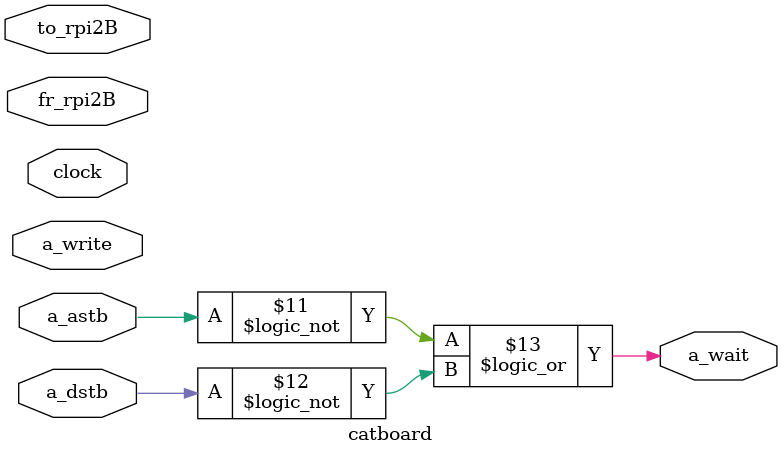
<source format=v>


`timescale 1ns/10ps

module catboard (
    clock,
    to_rpi2B,
    fr_rpi2B,
    a_dstb,
    a_astb,
    a_write,
    a_wait
);


input clock;
input [6:0] to_rpi2B;
input [7:0] fr_rpi2B;
input a_dstb;
input a_astb;
input a_write;
output a_wait;
wire a_wait;

reg reset;
reg [2:0] a_dstb_sr;
reg [2:0] a_astb_sr;
reg [7:0] a_addr_reg;
reg [4:0] reset_dly_cnt;
reg [7:0] a_data_reg;




// For the first 4 clocks the reset is forced to lo
// for clock 6 to 31 the reset is set hi
// then the reset is lo
always @(posedge clock) begin: CATBOARD_RESET_TST
    if ((reset_dly_cnt < 10)) begin
        reset_dly_cnt <= (reset_dly_cnt + 1);
        if ((reset_dly_cnt <= 4)) begin
            reset <= 0;
        end
        if ((reset_dly_cnt >= 5)) begin
            reset <= 1;
        end
    end
    else begin
        reset <= 0;
    end
end


always @(posedge clock) begin: CATBOARD_DUT_DEPP_RTL2
    a_astb_sr <= {a_astb_sr[2-1:0], a_astb};
    a_dstb_sr <= {a_dstb_sr[2-1:0], a_dstb};
end


always @(posedge clock) begin: CATBOARD_DUT_DEPP_RTL3
    if (((~a_write) && (a_astb_sr == 4))) begin
        a_addr_reg <= fr_rpi2B;
    end
end



assign a_wait = ((!a_astb) || (!a_dstb));


always @(posedge clock) begin: CATBOARD_DUT_DEPP_RTL4
    if (((~a_write) && (a_dstb_sr == 4))) begin
        a_data_reg <= fr_rpi2B;
    end
end

endmodule

</source>
